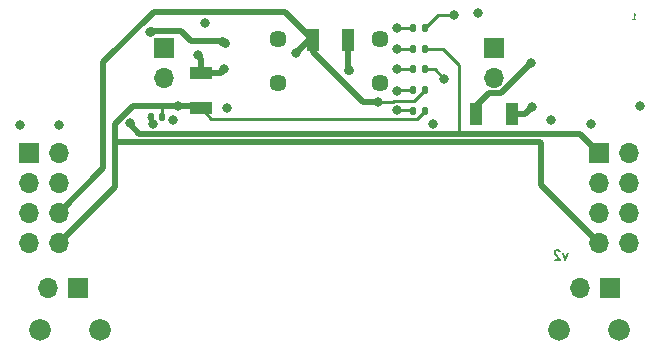
<source format=gbr>
%TF.GenerationSoftware,KiCad,Pcbnew,8.0.9*%
%TF.CreationDate,2025-08-25T15:10:49-06:00*%
%TF.ProjectId,Breadboard Power Supply,42726561-6462-46f6-9172-6420506f7765,v1*%
%TF.SameCoordinates,Original*%
%TF.FileFunction,Copper,L4,Bot*%
%TF.FilePolarity,Positive*%
%FSLAX46Y46*%
G04 Gerber Fmt 4.6, Leading zero omitted, Abs format (unit mm)*
G04 Created by KiCad (PCBNEW 8.0.9) date 2025-08-25 15:10:49*
%MOMM*%
%LPD*%
G01*
G04 APERTURE LIST*
G04 Aperture macros list*
%AMRoundRect*
0 Rectangle with rounded corners*
0 $1 Rounding radius*
0 $2 $3 $4 $5 $6 $7 $8 $9 X,Y pos of 4 corners*
0 Add a 4 corners polygon primitive as box body*
4,1,4,$2,$3,$4,$5,$6,$7,$8,$9,$2,$3,0*
0 Add four circle primitives for the rounded corners*
1,1,$1+$1,$2,$3*
1,1,$1+$1,$4,$5*
1,1,$1+$1,$6,$7*
1,1,$1+$1,$8,$9*
0 Add four rect primitives between the rounded corners*
20,1,$1+$1,$2,$3,$4,$5,0*
20,1,$1+$1,$4,$5,$6,$7,0*
20,1,$1+$1,$6,$7,$8,$9,0*
20,1,$1+$1,$8,$9,$2,$3,0*%
G04 Aperture macros list end*
%ADD10C,0.150000*%
%TA.AperFunction,NonConductor*%
%ADD11C,0.150000*%
%TD*%
%ADD12C,0.080000*%
%TA.AperFunction,NonConductor*%
%ADD13C,0.080000*%
%TD*%
%TA.AperFunction,ComponentPad*%
%ADD14R,1.700000X1.700000*%
%TD*%
%TA.AperFunction,ComponentPad*%
%ADD15O,1.700000X1.700000*%
%TD*%
%TA.AperFunction,ComponentPad*%
%ADD16C,1.450000*%
%TD*%
%TA.AperFunction,ComponentPad*%
%ADD17C,1.830000*%
%TD*%
%TA.AperFunction,SMDPad,CuDef*%
%ADD18RoundRect,0.135000X0.135000X0.185000X-0.135000X0.185000X-0.135000X-0.185000X0.135000X-0.185000X0*%
%TD*%
%TA.AperFunction,SMDPad,CuDef*%
%ADD19RoundRect,0.140000X0.140000X0.170000X-0.140000X0.170000X-0.140000X-0.170000X0.140000X-0.170000X0*%
%TD*%
%TA.AperFunction,SMDPad,CuDef*%
%ADD20R,1.905000X0.990600*%
%TD*%
%TA.AperFunction,SMDPad,CuDef*%
%ADD21R,0.990600X1.905000*%
%TD*%
%TA.AperFunction,ViaPad*%
%ADD22C,0.800000*%
%TD*%
%TA.AperFunction,Conductor*%
%ADD23C,0.250000*%
%TD*%
%TA.AperFunction,Conductor*%
%ADD24C,0.500000*%
%TD*%
%TA.AperFunction,Conductor*%
%ADD25C,0.750000*%
%TD*%
G04 APERTURE END LIST*
D10*
D11*
X148454428Y-96159961D02*
X148263952Y-96693295D01*
X148263952Y-96693295D02*
X148073475Y-96159961D01*
X147806809Y-95969485D02*
X147768713Y-95931390D01*
X147768713Y-95931390D02*
X147692523Y-95893295D01*
X147692523Y-95893295D02*
X147502047Y-95893295D01*
X147502047Y-95893295D02*
X147425856Y-95931390D01*
X147425856Y-95931390D02*
X147387761Y-95969485D01*
X147387761Y-95969485D02*
X147349666Y-96045676D01*
X147349666Y-96045676D02*
X147349666Y-96121866D01*
X147349666Y-96121866D02*
X147387761Y-96236152D01*
X147387761Y-96236152D02*
X147844904Y-96693295D01*
X147844904Y-96693295D02*
X147349666Y-96693295D01*
D12*
D13*
X153908142Y-76300149D02*
X154193856Y-76300149D01*
X154050999Y-76300149D02*
X154050999Y-75800149D01*
X154050999Y-75800149D02*
X154098618Y-75871578D01*
X154098618Y-75871578D02*
X154146237Y-75919197D01*
X154146237Y-75919197D02*
X154193856Y-75943006D01*
D14*
%TO.P,J4,1,Pin_1*%
%TO.N,+1V8*%
X151130000Y-87630000D03*
D15*
%TO.P,J4,2,Pin_2*%
%TO.N,/TOP_POWER_RAIL*%
X153670000Y-87630000D03*
%TO.P,J4,3,Pin_3*%
%TO.N,+3.3V*%
X151130000Y-90170000D03*
%TO.P,J4,4,Pin_4*%
%TO.N,/TOP_POWER_RAIL*%
X153670000Y-90170000D03*
%TO.P,J4,5,Pin_5*%
%TO.N,+5V*%
X151130000Y-92710000D03*
%TO.P,J4,6,Pin_6*%
%TO.N,/TOP_POWER_RAIL*%
X153670000Y-92710000D03*
%TO.P,J4,7,Pin_7*%
%TO.N,+12V*%
X151130000Y-95250000D03*
%TO.P,J4,8,Pin_8*%
%TO.N,/TOP_POWER_RAIL*%
X153670000Y-95250000D03*
%TD*%
D14*
%TO.P,J5,1,Pin_1*%
%TO.N,/BOTTOM_POWER_RAIL*%
X102870000Y-87630000D03*
D15*
%TO.P,J5,2,Pin_2*%
%TO.N,+1V8*%
X105410000Y-87630000D03*
%TO.P,J5,3,Pin_3*%
%TO.N,/BOTTOM_POWER_RAIL*%
X102870000Y-90170000D03*
%TO.P,J5,4,Pin_4*%
%TO.N,+3.3V*%
X105410000Y-90170000D03*
%TO.P,J5,5,Pin_5*%
%TO.N,/BOTTOM_POWER_RAIL*%
X102870000Y-92710000D03*
%TO.P,J5,6,Pin_6*%
%TO.N,+5V*%
X105410000Y-92710000D03*
%TO.P,J5,7,Pin_7*%
%TO.N,/BOTTOM_POWER_RAIL*%
X102870000Y-95250000D03*
%TO.P,J5,8,Pin_8*%
%TO.N,+12V*%
X105410000Y-95250000D03*
%TD*%
D16*
%TO.P,J1,MH1,MH1*%
%TO.N,GND*%
X132592000Y-77974000D03*
%TO.P,J1,MH2,MH2*%
X123952000Y-77974000D03*
%TO.P,J1,MH3,MH3*%
X132592000Y-81774000D03*
%TO.P,J1,MH4,MH4*%
X123952000Y-81774000D03*
%TD*%
D17*
%TO.P,TP1,1,1*%
%TO.N,GND*%
X103759000Y-102638000D03*
%TO.P,TP1,2,2*%
X108839000Y-102638000D03*
%TD*%
%TO.P,TP4,1,1*%
%TO.N,GND*%
X147701000Y-102638000D03*
%TO.P,TP4,2,2*%
X152781000Y-102638000D03*
%TD*%
D18*
%TO.P,R15,1*%
%TO.N,+12V*%
X136393000Y-84081000D03*
%TO.P,R15,2*%
%TO.N,Net-(D6-Pad2)*%
X135373000Y-84081000D03*
%TD*%
%TO.P,R14,1*%
%TO.N,+3.3V*%
X136393000Y-80581000D03*
%TO.P,R14,2*%
%TO.N,Net-(D5-Pad2)*%
X135373000Y-80581000D03*
%TD*%
%TO.P,R3,1*%
%TO.N,VBUS*%
X136393000Y-77081000D03*
%TO.P,R3,2*%
%TO.N,Net-(D2-Pad2)*%
X135373000Y-77081000D03*
%TD*%
%TO.P,R11,1*%
%TO.N,+1V8*%
X136393000Y-78831000D03*
%TO.P,R11,2*%
%TO.N,Net-(D4-Pad2)*%
X135373000Y-78831000D03*
%TD*%
D14*
%TO.P,J10,1,Pin_1*%
%TO.N,GND*%
X114300000Y-78740000D03*
D15*
%TO.P,J10,2,Pin_2*%
X114300000Y-81280000D03*
%TD*%
D14*
%TO.P,J8,1,Pin_1*%
%TO.N,/TOP_POWER_RAIL*%
X152082500Y-99060000D03*
D15*
%TO.P,J8,2,Pin_2*%
%TO.N,GND*%
X149542500Y-99060000D03*
%TD*%
D14*
%TO.P,J11,1,Pin_1*%
%TO.N,GND*%
X142240000Y-78740000D03*
D15*
%TO.P,J11,2,Pin_2*%
X142240000Y-81280000D03*
%TD*%
D19*
%TO.P,C1,1*%
%TO.N,+12V*%
X114113000Y-84581000D03*
%TO.P,C1,2*%
%TO.N,GND*%
X113153000Y-84581000D03*
%TD*%
D18*
%TO.P,R10,1*%
%TO.N,+5V*%
X136393000Y-82331000D03*
%TO.P,R10,2*%
%TO.N,Net-(D3-Pad2)*%
X135373000Y-82331000D03*
%TD*%
D20*
%TO.P,F3,1,1*%
%TO.N,Net-(D1-A1)*%
X117433000Y-80882400D03*
%TO.P,F3,2,2*%
%TO.N,+12V*%
X117433000Y-83879600D03*
%TD*%
D21*
%TO.P,F4,1,1*%
%TO.N,VBUS*%
X129881600Y-78081000D03*
%TO.P,F4,2,2*%
%TO.N,+5V*%
X126884400Y-78081000D03*
%TD*%
%TO.P,F2,1,1*%
%TO.N,Net-(U2-VO)*%
X140734400Y-84381000D03*
%TO.P,F2,2,2*%
%TO.N,+3.3V*%
X143731600Y-84381000D03*
%TD*%
D14*
%TO.P,J9,1,Pin_1*%
%TO.N,/BOTTOM_POWER_RAIL*%
X106997500Y-99060000D03*
D15*
%TO.P,J9,2,Pin_2*%
%TO.N,GND*%
X104457500Y-99060000D03*
%TD*%
D22*
%TO.N,GND*%
X102133000Y-85331000D03*
X113370326Y-85181000D03*
X154559000Y-83693000D03*
X140833000Y-75831000D03*
X147033000Y-84842832D03*
X119633000Y-83831000D03*
X150433000Y-85181000D03*
X137033000Y-85181000D03*
X115064915Y-84842832D03*
X105383000Y-85331000D03*
X117729000Y-76667000D03*
%TO.N,+3.3V*%
X145455449Y-83736091D03*
X138033000Y-81381000D03*
%TO.N,+1V8*%
X111433000Y-85132400D03*
%TO.N,+12V*%
X115443000Y-83693000D03*
%TO.N,VBUS*%
X129921000Y-80645000D03*
X138811859Y-75981000D03*
X113105176Y-77398983D03*
X119435500Y-78381000D03*
%TO.N,Net-(D2-Pad2)*%
X134033000Y-77081000D03*
%TO.N,Net-(D1-A1)*%
X117157000Y-79387045D03*
X119383000Y-80581000D03*
%TO.N,Net-(D3-Pad2)*%
X134033000Y-82381000D03*
%TO.N,Net-(D4-Pad2)*%
X134033000Y-78831000D03*
%TO.N,Net-(D5-Pad2)*%
X134033000Y-80581000D03*
%TO.N,Net-(D6-Pad2)*%
X134033000Y-84016570D03*
%TO.N,Net-(U2-VO)*%
X145390239Y-80023944D03*
%TO.N,+5V*%
X132433000Y-83381000D03*
X125433000Y-79181000D03*
%TD*%
D23*
%TO.N,GND*%
X113153000Y-84581000D02*
X113153000Y-84963674D01*
X113153000Y-84963674D02*
X113370326Y-85181000D01*
X112953000Y-84581000D02*
X112953000Y-84592490D01*
%TO.N,+3.3V*%
X137233000Y-80581000D02*
X136393000Y-80581000D01*
D24*
X145455449Y-83736091D02*
X144810540Y-84381000D01*
X144810540Y-84381000D02*
X143931600Y-84381000D01*
D23*
X138033000Y-81381000D02*
X137233000Y-80581000D01*
D24*
%TO.N,+1V8*%
X111433000Y-85132400D02*
X111485992Y-85185392D01*
D23*
X139233000Y-80181000D02*
X139233000Y-85692832D01*
D24*
X111485992Y-85185392D02*
X111485992Y-85315604D01*
D23*
X136393000Y-78831000D02*
X137883000Y-78831000D01*
D24*
X112201388Y-86031000D02*
X149531000Y-86031000D01*
X149531000Y-86031000D02*
X151130000Y-87630000D01*
X111485992Y-85315604D02*
X112201388Y-86031000D01*
D23*
X137883000Y-78831000D02*
X139233000Y-80181000D01*
%TO.N,+12V*%
X118294970Y-84741570D02*
X117433000Y-83879600D01*
D24*
X117246400Y-83693000D02*
X117433000Y-83879600D01*
D23*
X114113000Y-84581000D02*
X114113000Y-83813000D01*
D24*
X146233000Y-90353000D02*
X146233000Y-86881000D01*
X110109000Y-90551000D02*
X110109000Y-86581000D01*
D23*
X114113000Y-83813000D02*
X114233000Y-83693000D01*
D24*
X146233000Y-86881000D02*
X146083000Y-86731000D01*
X114233000Y-83693000D02*
X115443000Y-83693000D01*
X111633000Y-83693000D02*
X113833000Y-83693000D01*
X110109000Y-86581000D02*
X110109000Y-85217000D01*
X113833000Y-83693000D02*
X114233000Y-83693000D01*
X105410000Y-95250000D02*
X110109000Y-90551000D01*
X115443000Y-83693000D02*
X117246400Y-83693000D01*
X146083000Y-86731000D02*
X110385336Y-86731000D01*
X110109000Y-85217000D02*
X111633000Y-83693000D01*
D23*
X113913000Y-83773000D02*
X113833000Y-83693000D01*
D24*
X151130000Y-95250000D02*
X146233000Y-90353000D01*
D23*
X136393000Y-84081000D02*
X135732430Y-84741570D01*
X135732430Y-84741570D02*
X118294970Y-84741570D01*
D25*
%TO.N,VBUS*%
X119435500Y-78381000D02*
X119235500Y-78181000D01*
X113189159Y-77315000D02*
X113105176Y-77398983D01*
D23*
X138811859Y-75981000D02*
X137493000Y-75981000D01*
D24*
X115725000Y-77315000D02*
X113189159Y-77315000D01*
X129881600Y-78081000D02*
X129881600Y-80605600D01*
D25*
X129881600Y-80605600D02*
X129921000Y-80645000D01*
D24*
X119235500Y-78181000D02*
X116591000Y-78181000D01*
D23*
X137493000Y-75981000D02*
X136393000Y-77081000D01*
D24*
X116591000Y-78181000D02*
X115725000Y-77315000D01*
D23*
%TO.N,Net-(D2-Pad2)*%
X135373000Y-77081000D02*
X134033000Y-77081000D01*
D24*
%TO.N,Net-(D1-A1)*%
X117433000Y-79663045D02*
X117157000Y-79387045D01*
X119081600Y-80882400D02*
X119383000Y-80581000D01*
X117433000Y-80882400D02*
X117433000Y-79663045D01*
X117433000Y-80882400D02*
X119081600Y-80882400D01*
D23*
%TO.N,Net-(D3-Pad2)*%
X134083000Y-82331000D02*
X135373000Y-82331000D01*
X134033000Y-82381000D02*
X134083000Y-82331000D01*
%TO.N,Net-(D4-Pad2)*%
X134033000Y-78831000D02*
X135373000Y-78831000D01*
%TO.N,Net-(D5-Pad2)*%
X134033000Y-80581000D02*
X135373000Y-80581000D01*
%TO.N,Net-(D6-Pad2)*%
X134033000Y-84016570D02*
X135308570Y-84016570D01*
X135308570Y-84016570D02*
X135373000Y-84081000D01*
D24*
%TO.N,Net-(U2-VO)*%
X145483000Y-80116705D02*
X145390239Y-80023944D01*
X140734400Y-84381000D02*
X140734400Y-83671846D01*
X140934400Y-84381000D02*
X140934400Y-83671846D01*
X142834183Y-82580000D02*
X145390239Y-80023944D01*
X141826246Y-82580000D02*
X142834183Y-82580000D01*
X145390239Y-80216007D02*
X145390239Y-80023944D01*
X140734400Y-83671846D02*
X141826246Y-82580000D01*
%TO.N,+5V*%
X105410000Y-92710000D02*
X109159000Y-88961000D01*
D23*
X132433000Y-83381000D02*
X133643265Y-83381000D01*
X135432430Y-83291570D02*
X136393000Y-82331000D01*
X133732695Y-83291570D02*
X135432430Y-83291570D01*
D24*
X132433000Y-83381000D02*
X131171168Y-83381000D01*
X113433300Y-75692000D02*
X124495400Y-75692000D01*
D23*
X126884400Y-79094232D02*
X126884400Y-78081000D01*
D24*
X124495400Y-75692000D02*
X126884400Y-78081000D01*
X109159000Y-88961000D02*
X109159000Y-79966300D01*
D23*
X133643265Y-83381000D02*
X133732695Y-83291570D01*
D24*
X131171168Y-83381000D02*
X126884400Y-79094232D01*
D25*
X126884400Y-78081000D02*
X126533000Y-78081000D01*
D24*
X109159000Y-79966300D02*
X113433300Y-75692000D01*
X126533000Y-78081000D02*
X125433000Y-79181000D01*
%TD*%
M02*

</source>
